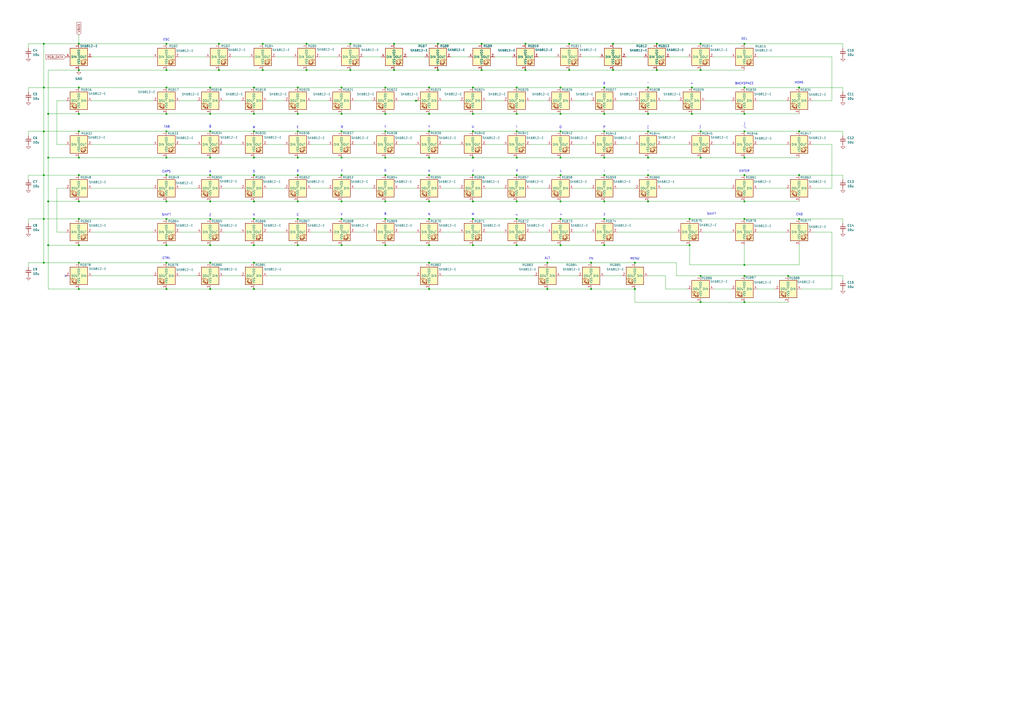
<source format=kicad_sch>
(kicad_sch (version 20231120) (generator "eeschema") (generator_version "8.0")
  (paper "A2")
  (junction (at 121.92 50.8))
  (junction (at 45.72 66.04))
  (junction (at 198.12 50.8))
  (junction (at 25.4 50.8))
  (junction (at 381 40.64))
  (junction (at 401.32 50.8))
  (junction (at 248.92 101.6))
  (junction (at 431.8 160.02))
  (junction (at 406.4 76.2))
  (junction (at 350.52 101.6))
  (junction (at 198.12 101.6))
  (junction (at 228.6 40.64))
  (junction (at 223.52 101.6))
  (junction (at 96.52 152.4))
  (junction (at 406.4 91.44))
  (junction (at 375.92 91.44))
  (junction (at 248.92 167.64))
  (junction (at 147.32 50.8))
  (junction (at 431.8 116.84))
  (junction (at 147.32 116.84))
  (junction (at 147.32 167.64))
  (junction (at 96.52 116.84))
  (junction (at 96.52 101.6))
  (junction (at 96.52 25.4))
  (junction (at 368.3 167.64))
  (junction (at 172.72 66.04))
  (junction (at 121.92 91.44))
  (junction (at 431.8 50.8))
  (junction (at 147.32 76.2))
  (junction (at 355.6 40.64))
  (junction (at 45.72 116.84))
  (junction (at 152.4 25.4))
  (junction (at 274.32 76.2))
  (junction (at 25.4 25.4))
  (junction (at 350.52 50.8))
  (junction (at 147.32 127))
  (junction (at 463.55 101.6))
  (junction (at 304.8 40.64))
  (junction (at 228.6 25.4))
  (junction (at 325.12 116.84))
  (junction (at 248.92 76.2))
  (junction (at 299.72 127))
  (junction (at 172.72 142.24))
  (junction (at 274.32 116.84))
  (junction (at 177.8 25.4))
  (junction (at 121.92 152.4))
  (junction (at 274.32 101.6))
  (junction (at 27.94 91.44))
  (junction (at 45.72 152.4))
  (junction (at 121.92 127))
  (junction (at 325.12 127))
  (junction (at 325.12 66.04))
  (junction (at 45.72 101.6))
  (junction (at 368.3 152.4))
  (junction (at 121.92 76.2))
  (junction (at 45.72 142.24))
  (junction (at 172.72 127))
  (junction (at 299.72 101.6))
  (junction (at 223.52 91.44))
  (junction (at 223.52 76.2))
  (junction (at 121.92 167.64))
  (junction (at 299.72 116.84))
  (junction (at 248.92 66.04))
  (junction (at 375.92 101.6))
  (junction (at 463.55 50.8))
  (junction (at 279.4 40.64))
  (junction (at 400.05 142.24))
  (junction (at 223.52 142.24))
  (junction (at 304.8 25.4))
  (junction (at 96.52 127))
  (junction (at 279.4 25.4))
  (junction (at 274.32 50.8))
  (junction (at 401.32 66.04))
  (junction (at 45.72 50.8))
  (junction (at 406.4 160.02))
  (junction (at 342.9 152.4))
  (junction (at 325.12 50.8))
  (junction (at 121.92 116.84))
  (junction (at 127 40.64))
  (junction (at 127 25.4))
  (junction (at 299.72 50.8))
  (junction (at 350.52 142.24))
  (junction (at 330.2 40.64))
  (junction (at 299.72 91.44))
  (junction (at 248.92 116.84))
  (junction (at 27.94 142.24))
  (junction (at 274.32 91.44))
  (junction (at 248.92 50.8))
  (junction (at 342.9 167.64))
  (junction (at 350.52 66.04))
  (junction (at 147.32 91.44))
  (junction (at 431.8 25.4))
  (junction (at 406.4 40.64))
  (junction (at 45.72 76.2))
  (junction (at 96.52 40.64))
  (junction (at 463.55 76.2))
  (junction (at 172.72 101.6))
  (junction (at 45.72 25.4))
  (junction (at 25.4 152.4))
  (junction (at 27.94 116.84))
  (junction (at 121.92 142.24))
  (junction (at 172.72 50.8))
  (junction (at 45.72 40.64))
  (junction (at 223.52 127))
  (junction (at 325.12 91.44))
  (junction (at 198.12 66.04))
  (junction (at 406.4 175.26))
  (junction (at 147.32 66.04))
  (junction (at 25.4 76.2))
  (junction (at 375.92 116.84))
  (junction (at 248.92 152.4))
  (junction (at 25.4 101.6))
  (junction (at 96.52 142.24))
  (junction (at 350.52 127))
  (junction (at 274.32 66.04))
  (junction (at 325.12 101.6))
  (junction (at 198.12 76.2))
  (junction (at 375.92 76.2))
  (junction (at 431.8 101.6))
  (junction (at 330.2 25.4))
  (junction (at 121.92 66.04))
  (junction (at 355.6 25.4))
  (junction (at 96.52 66.04))
  (junction (at 254 25.4))
  (junction (at 350.52 91.44))
  (junction (at 299.72 66.04))
  (junction (at 198.12 142.24))
  (junction (at 274.32 142.24))
  (junction (at 431.8 153.67))
  (junction (at 45.72 167.64))
  (junction (at 241.3 58.42))
  (junction (at 375.92 50.8))
  (junction (at 431.8 66.04))
  (junction (at 431.8 76.2))
  (junction (at 152.4 40.64))
  (junction (at 25.4 127))
  (junction (at 248.92 91.44))
  (junction (at 203.2 40.64))
  (junction (at 172.72 76.2))
  (junction (at 254 40.64))
  (junction (at 27.94 66.04))
  (junction (at 299.72 76.2))
  (junction (at 96.52 76.2))
  (junction (at 198.12 91.44))
  (junction (at 431.8 175.26))
  (junction (at 317.5 152.4))
  (junction (at 121.92 101.6))
  (junction (at 147.32 152.4))
  (junction (at 147.32 142.24))
  (junction (at 325.12 76.2))
  (junction (at 147.32 101.6))
  (junction (at 431.8 127))
  (junction (at 350.52 76.2))
  (junction (at 248.92 127))
  (junction (at 172.72 116.84))
  (junction (at 198.12 127))
  (junction (at 223.52 66.04))
  (junction (at 274.32 127))
  (junction (at 381 25.4))
  (junction (at 400.05 127))
  (junction (at 198.12 116.84))
  (junction (at 375.92 66.04))
  (junction (at 177.8 40.64))
  (junction (at 457.2 160.02))
  (junction (at 203.2 25.4))
  (junction (at 248.92 142.24))
  (junction (at 223.52 116.84))
  (junction (at 317.5 167.64))
  (junction (at 45.72 127))
  (junction (at 299.72 142.24))
  (junction (at 96.52 167.64))
  (junction (at 431.8 91.44))
  (junction (at 172.72 91.44))
  (junction (at 96.52 91.44))
  (junction (at 45.72 91.44))
  (junction (at 463.55 127))
  (junction (at 350.52 116.84))
  (junction (at 223.52 50.8))
  (junction (at 406.4 25.4))
  (junction (at 325.12 142.24))
  (junction (at 96.52 50.8))
  (no_connect (at 38.1 160.02))
  (wire (pts (xy 350.52 91.44) (xy 375.92 91.44)))
  (wire (pts (xy 304.8 40.64) (xy 330.2 40.64)))
  (wire (pts (xy 256.54 160.02) (xy 309.88 160.02)))
  (wire (pts (xy 304.8 25.4) (xy 330.2 25.4)))
  (wire (pts (xy 274.32 91.44) (xy 299.72 91.44)))
  (wire (pts (xy 121.92 116.84) (xy 147.32 116.84)))
  (wire (pts (xy 406.4 175.26) (xy 431.8 175.26)))
  (wire (pts (xy 154.94 160.02) (xy 241.3 160.02)))
  (wire (pts (xy 129.54 109.22) (xy 139.7 109.22)))
  (wire (pts (xy 53.34 109.22) (xy 88.9 109.22)))
  (wire (pts (xy 261.62 33.02) (xy 271.78 33.02)))
  (wire (pts (xy 401.32 50.8) (xy 431.8 50.8)))
  (wire (pts (xy 281.94 134.62) (xy 292.1 134.62)))
  (wire (pts (xy 332.74 134.62) (xy 342.9 134.62)))
  (wire (pts (xy 488.95 129.54) (xy 488.95 127)))
  (wire (pts (xy 104.14 83.82) (xy 114.3 83.82)))
  (wire (pts (xy 154.94 58.42) (xy 165.1 58.42)))
  (wire (pts (xy 198.12 91.44) (xy 223.52 91.44)))
  (wire (pts (xy 337.82 33.02) (xy 347.98 33.02)))
  (wire (pts (xy 205.74 83.82) (xy 215.9 83.82)))
  (wire (pts (xy 16.51 127) (xy 25.4 127)))
  (wire (pts (xy 134.62 33.02) (xy 144.78 33.02)))
  (wire (pts (xy 45.72 76.2) (xy 96.52 76.2)))
  (wire (pts (xy 241.3 58.42) (xy 242.57 58.42)))
  (wire (pts (xy 154.94 134.62) (xy 165.1 134.62)))
  (wire (pts (xy 431.8 91.44) (xy 463.55 91.44)))
  (wire (pts (xy 129.54 58.42) (xy 139.7 58.42)))
  (wire (pts (xy 129.54 134.62) (xy 139.7 134.62)))
  (wire (pts (xy 401.32 66.04) (xy 431.8 66.04)))
  (wire (pts (xy 363.22 33.02) (xy 373.38 33.02)))
  (wire (pts (xy 25.4 152.4) (xy 45.72 152.4)))
  (wire (pts (xy 274.32 101.6) (xy 299.72 101.6)))
  (wire (pts (xy 281.94 83.82) (xy 292.1 83.82)))
  (wire (pts (xy 25.4 76.2) (xy 25.4 101.6)))
  (wire (pts (xy 121.92 91.44) (xy 147.32 91.44)))
  (wire (pts (xy 482.6 83.82) (xy 482.6 109.22)))
  (wire (pts (xy 172.72 101.6) (xy 198.12 101.6)))
  (wire (pts (xy 121.92 76.2) (xy 147.32 76.2)))
  (wire (pts (xy 96.52 101.6) (xy 121.92 101.6)))
  (wire (pts (xy 152.4 25.4) (xy 177.8 25.4)))
  (wire (pts (xy 392.43 160.02) (xy 406.4 160.02)))
  (wire (pts (xy 248.92 127) (xy 274.32 127)))
  (wire (pts (xy 332.74 83.82) (xy 342.9 83.82)))
  (wire (pts (xy 180.34 134.62) (xy 190.5 134.62)))
  (wire (pts (xy 25.4 25.4) (xy 45.72 25.4)))
  (wire (pts (xy 439.42 83.82) (xy 455.93 83.82)))
  (wire (pts (xy 375.92 101.6) (xy 431.8 101.6)))
  (wire (pts (xy 96.52 91.44) (xy 121.92 91.44)))
  (wire (pts (xy 317.5 167.64) (xy 342.9 167.64)))
  (wire (pts (xy 228.6 25.4) (xy 254 25.4)))
  (wire (pts (xy 330.2 40.64) (xy 355.6 40.64)))
  (wire (pts (xy 400.05 127) (xy 431.8 127)))
  (wire (pts (xy 223.52 127) (xy 248.92 127)))
  (wire (pts (xy 325.12 76.2) (xy 350.52 76.2)))
  (wire (pts (xy 248.92 91.44) (xy 274.32 91.44)))
  (wire (pts (xy 177.8 40.64) (xy 203.2 40.64)))
  (wire (pts (xy 96.52 167.64) (xy 121.92 167.64)))
  (wire (pts (xy 381 40.64) (xy 406.4 40.64)))
  (wire (pts (xy 439.42 134.62) (xy 455.93 134.62)))
  (wire (pts (xy 16.51 154.94) (xy 16.51 152.4)))
  (wire (pts (xy 248.92 116.84) (xy 274.32 116.84)))
  (wire (pts (xy 414.02 83.82) (xy 424.18 83.82)))
  (wire (pts (xy 16.51 25.4) (xy 25.4 25.4)))
  (wire (pts (xy 350.52 66.04) (xy 375.92 66.04)))
  (wire (pts (xy 279.4 25.4) (xy 304.8 25.4)))
  (wire (pts (xy 205.74 109.22) (xy 215.9 109.22)))
  (wire (pts (xy 431.8 175.26) (xy 457.2 175.26)))
  (wire (pts (xy 248.92 167.64) (xy 317.5 167.64)))
  (wire (pts (xy 223.52 76.2) (xy 248.92 76.2)))
  (wire (pts (xy 96.52 116.84) (xy 121.92 116.84)))
  (wire (pts (xy 248.92 142.24) (xy 274.32 142.24)))
  (wire (pts (xy 299.72 66.04) (xy 325.12 66.04)))
  (wire (pts (xy 210.82 33.02) (xy 220.98 33.02)))
  (wire (pts (xy 368.3 167.64) (xy 368.3 175.26)))
  (wire (pts (xy 256.54 134.62) (xy 266.7 134.62)))
  (wire (pts (xy 406.4 40.64) (xy 431.8 40.64)))
  (wire (pts (xy 482.6 33.02) (xy 482.6 58.42)))
  (wire (pts (xy 205.74 58.42) (xy 215.9 58.42)))
  (wire (pts (xy 198.12 50.8) (xy 223.52 50.8)))
  (wire (pts (xy 45.72 152.4) (xy 96.52 152.4)))
  (wire (pts (xy 45.72 25.4) (xy 96.52 25.4)))
  (wire (pts (xy 45.72 167.64) (xy 96.52 167.64)))
  (wire (pts (xy 350.52 50.8) (xy 375.92 50.8)))
  (wire (pts (xy 45.72 40.64) (xy 96.52 40.64)))
  (wire (pts (xy 223.52 101.6) (xy 248.92 101.6)))
  (wire (pts (xy 248.92 76.2) (xy 274.32 76.2)))
  (wire (pts (xy 254 25.4) (xy 279.4 25.4)))
  (wire (pts (xy 299.72 101.6) (xy 325.12 101.6)))
  (wire (pts (xy 198.12 127) (xy 223.52 127)))
  (wire (pts (xy 482.6 109.22) (xy 471.17 109.22)))
  (wire (pts (xy 53.34 58.42) (xy 88.9 58.42)))
  (wire (pts (xy 358.14 58.42) (xy 368.3 58.42)))
  (wire (pts (xy 203.2 25.4) (xy 228.6 25.4)))
  (wire (pts (xy 33.02 58.42) (xy 33.02 83.82)))
  (wire (pts (xy 299.72 127) (xy 325.12 127)))
  (wire (pts (xy 198.12 66.04) (xy 223.52 66.04)))
  (wire (pts (xy 281.94 58.42) (xy 292.1 58.42)))
  (wire (pts (xy 488.95 162.56) (xy 488.95 160.02)))
  (wire (pts (xy 431.8 76.2) (xy 463.55 76.2)))
  (wire (pts (xy 147.32 101.6) (xy 172.72 101.6)))
  (wire (pts (xy 482.6 167.64) (xy 464.82 167.64)))
  (wire (pts (xy 96.52 76.2) (xy 121.92 76.2)))
  (wire (pts (xy 16.51 104.14) (xy 16.51 101.6)))
  (wire (pts (xy 342.9 167.64) (xy 368.3 167.64)))
  (wire (pts (xy 383.54 109.22) (xy 424.18 109.22)))
  (wire (pts (xy 482.6 58.42) (xy 471.17 58.42)))
  (wire (pts (xy 431.8 25.4) (xy 488.95 25.4)))
  (wire (pts (xy 375.92 116.84) (xy 431.8 116.84)))
  (wire (pts (xy 488.95 160.02) (xy 457.2 160.02)))
  (wire (pts (xy 223.52 142.24) (xy 248.92 142.24)))
  (wire (pts (xy 172.72 91.44) (xy 198.12 91.44)))
  (wire (pts (xy 127 40.64) (xy 152.4 40.64)))
  (wire (pts (xy 358.14 83.82) (xy 368.3 83.82)))
  (wire (pts (xy 27.94 40.64) (xy 45.72 40.64)))
  (wire (pts (xy 463.55 153.67) (xy 463.55 142.24)))
  (wire (pts (xy 25.4 127) (xy 25.4 152.4)))
  (wire (pts (xy 147.32 91.44) (xy 172.72 91.44)))
  (wire (pts (xy 248.92 152.4) (xy 317.5 152.4)))
  (wire (pts (xy 223.52 116.84) (xy 248.92 116.84)))
  (wire (pts (xy 274.32 76.2) (xy 299.72 76.2)))
  (wire (pts (xy 406.4 76.2) (xy 431.8 76.2)))
  (wire (pts (xy 147.32 76.2) (xy 172.72 76.2)))
  (wire (pts (xy 355.6 25.4) (xy 381 25.4)))
  (wire (pts (xy 317.5 152.4) (xy 342.9 152.4)))
  (wire (pts (xy 431.8 160.02) (xy 457.2 160.02)))
  (wire (pts (xy 27.94 91.44) (xy 45.72 91.44)))
  (wire (pts (xy 121.92 101.6) (xy 147.32 101.6)))
  (wire (pts (xy 223.52 50.8) (xy 248.92 50.8)))
  (wire (pts (xy 16.51 101.6) (xy 25.4 101.6)))
  (wire (pts (xy 27.94 116.84) (xy 45.72 116.84)))
  (wire (pts (xy 25.4 50.8) (xy 25.4 76.2)))
  (wire (pts (xy 27.94 142.24) (xy 27.94 167.64)))
  (wire (pts (xy 33.02 134.62) (xy 38.1 134.62)))
  (wire (pts (xy 342.9 152.4) (xy 368.3 152.4)))
  (wire (pts (xy 45.72 127) (xy 96.52 127)))
  (wire (pts (xy 274.32 50.8) (xy 299.72 50.8)))
  (wire (pts (xy 325.12 127) (xy 350.52 127)))
  (wire (pts (xy 53.34 83.82) (xy 88.9 83.82)))
  (wire (pts (xy 231.14 134.62) (xy 241.3 134.62)))
  (wire (pts (xy 147.32 167.64) (xy 248.92 167.64)))
  (wire (pts (xy 16.51 27.94) (xy 16.51 25.4)))
  (wire (pts (xy 25.4 101.6) (xy 45.72 101.6)))
  (wire (pts (xy 129.54 83.82) (xy 139.7 83.82)))
  (wire (pts (xy 407.67 134.62) (xy 424.18 134.62)))
  (wire (pts (xy 274.32 66.04) (xy 299.72 66.04)))
  (wire (pts (xy 392.43 152.4) (xy 392.43 160.02)))
  (wire (pts (xy 287.02 33.02) (xy 297.18 33.02)))
  (wire (pts (xy 121.92 152.4) (xy 147.32 152.4)))
  (wire (pts (xy 25.4 127) (xy 45.72 127)))
  (wire (pts (xy 16.51 76.2) (xy 25.4 76.2)))
  (wire (pts (xy 27.94 40.64) (xy 27.94 66.04)))
  (wire (pts (xy 375.92 76.2) (xy 406.4 76.2)))
  (wire (pts (xy 53.34 160.02) (xy 88.9 160.02)))
  (wire (pts (xy 27.94 142.24) (xy 45.72 142.24)))
  (wire (pts (xy 236.22 33.02) (xy 246.38 33.02)))
  (wire (pts (xy 350.52 142.24) (xy 400.05 142.24)))
  (wire (pts (xy 27.94 66.04) (xy 45.72 66.04)))
  (wire (pts (xy 121.92 66.04) (xy 147.32 66.04)))
  (wire (pts (xy 307.34 134.62) (xy 317.5 134.62)))
  (wire (pts (xy 383.54 83.82) (xy 398.78 83.82)))
  (wire (pts (xy 16.51 129.54) (xy 16.51 127)))
  (wire (pts (xy 381 25.4) (xy 406.4 25.4)))
  (wire (pts (xy 160.02 33.02) (xy 170.18 33.02)))
  (wire (pts (xy 325.12 66.04) (xy 350.52 66.04)))
  (wire (pts (xy 375.92 66.04) (xy 401.32 66.04)))
  (wire (pts (xy 248.92 101.6) (xy 274.32 101.6)))
  (wire (pts (xy 375.92 91.44) (xy 406.4 91.44)))
  (wire (pts (xy 104.14 134.62) (xy 114.3 134.62)))
  (wire (pts (xy 325.12 101.6) (xy 350.52 101.6)))
  (wire (pts (xy 386.08 167.64) (xy 398.78 167.64)))
  (wire (pts (xy 307.34 83.82) (xy 317.5 83.82)))
  (wire (pts (xy 386.08 160.02) (xy 386.08 167.64)))
  (wire (pts (xy 431.8 66.04) (xy 463.55 66.04)))
  (wire (pts (xy 25.4 101.6) (xy 25.4 127)))
  (wire (pts (xy 488.95 104.14) (xy 488.95 101.6)))
  (wire (pts (xy 147.32 116.84) (xy 172.72 116.84)))
  (wire (pts (xy 147.32 152.4) (xy 248.92 152.4)))
  (wire (pts (xy 408.94 58.42) (xy 424.18 58.42)))
  (wire (pts (xy 45.72 20.32) (xy 45.72 25.4)))
  (wire (pts (xy 104.14 33.02) (xy 119.38 33.02)))
  (wire (pts (xy 154.94 83.82) (xy 165.1 83.82)))
  (wire (pts (xy 274.32 116.84) (xy 299.72 116.84)))
  (wire (pts (xy 431.8 50.8) (xy 463.55 50.8)))
  (wire (pts (xy 325.12 50.8) (xy 350.52 50.8)))
  (wire (pts (xy 368.3 175.26) (xy 406.4 175.26)))
  (wire (pts (xy 33.02 109.22) (xy 38.1 109.22)))
  (wire (pts (xy 45.72 66.04) (xy 96.52 66.04)))
  (wire (pts (xy 177.8 25.4) (xy 203.2 25.4)))
  (wire (pts (xy 431.8 116.84) (xy 463.55 116.84)))
  (wire (pts (xy 256.54 109.22) (xy 266.7 109.22)))
  (wire (pts (xy 147.32 127) (xy 172.72 127)))
  (wire (pts (xy 16.51 50.8) (xy 25.4 50.8)))
  (wire (pts (xy 33.02 83.82) (xy 38.1 83.82)))
  (wire (pts (xy 228.6 40.64) (xy 254 40.64)))
  (wire (pts (xy 96.52 25.4) (xy 127 25.4)))
  (wire (pts (xy 299.72 50.8) (xy 325.12 50.8)))
  (wire (pts (xy 350.52 101.6) (xy 375.92 101.6)))
  (wire (pts (xy 198.12 116.84) (xy 223.52 116.84)))
  (wire (pts (xy 96.52 50.8) (xy 121.92 50.8)))
  (wire (pts (xy 388.62 33.02) (xy 398.78 33.02)))
  (wire (pts (xy 185.42 33.02) (xy 195.58 33.02)))
  (wire (pts (xy 299.72 76.2) (xy 325.12 76.2)))
  (wire (pts (xy 312.42 33.02) (xy 322.58 33.02)))
  (wire (pts (xy 325.12 116.84) (xy 350.52 116.84)))
  (wire (pts (xy 96.52 40.64) (xy 127 40.64)))
  (wire (pts (xy 439.42 33.02) (xy 482.6 33.02)))
  (wire (pts (xy 180.34 109.22) (xy 190.5 109.22)))
  (wire (pts (xy 350.52 116.84) (xy 375.92 116.84)))
  (wire (pts (xy 96.52 152.4) (xy 121.92 152.4)))
  (wire (pts (xy 431.8 101.6) (xy 463.55 101.6)))
  (wire (pts (xy 180.34 83.82) (xy 190.5 83.82)))
  (wire (pts (xy 96.52 127) (xy 121.92 127)))
  (wire (pts (xy 299.72 116.84) (xy 325.12 116.84)))
  (wire (pts (xy 439.42 109.22) (xy 455.93 109.22)))
  (wire (pts (xy 330.2 25.4) (xy 355.6 25.4)))
  (wire (pts (xy 27.94 91.44) (xy 27.94 116.84)))
  (wire (pts (xy 147.32 50.8) (xy 172.72 50.8)))
  (wire (pts (xy 27.94 116.84) (xy 27.94 142.24)))
  (wire (pts (xy 332.74 58.42) (xy 342.9 58.42)))
  (wire (pts (xy 325.12 91.44) (xy 350.52 91.44)))
  (wire (pts (xy 45.72 142.24) (xy 96.52 142.24)))
  (wire (pts (xy 205.74 134.62) (xy 215.9 134.62)))
  (wire (pts (xy 198.12 101.6) (xy 223.52 101.6)))
  (wire (pts (xy 121.92 127) (xy 147.32 127)))
  (wire (pts (xy 16.51 152.4) (xy 25.4 152.4)))
  (wire (pts (xy 104.14 109.22) (xy 114.3 109.22)))
  (wire (pts (xy 121.92 50.8) (xy 147.32 50.8)))
  (wire (pts (xy 350.52 127) (xy 400.05 127)))
  (wire (pts (xy 154.94 109.22) (xy 165.1 109.22)))
  (wire (pts (xy 45.72 91.44) (xy 96.52 91.44)))
  (wire (pts (xy 274.32 142.24) (xy 299.72 142.24)))
  (wire (pts (xy 488.95 53.34) (xy 488.95 50.8)))
  (wire (pts (xy 152.4 40.64) (xy 177.8 40.64)))
  (wire (pts (xy 172.72 50.8) (xy 198.12 50.8)))
  (wire (pts (xy 400.05 142.24) (xy 400.05 153.67)))
  (wire (pts (xy 27.94 66.04) (xy 27.94 91.44)))
  (wire (pts (xy 439.42 167.64) (xy 449.58 167.64)))
  (wire (pts (xy 172.72 142.24) (xy 198.12 142.24)))
  (wire (pts (xy 307.34 109.22) (xy 317.5 109.22)))
  (wire (pts (xy 406.4 160.02) (xy 431.8 160.02)))
  (wire (pts (xy 254 40.64) (xy 279.4 40.64)))
  (wire (pts (xy 248.92 66.04) (xy 274.32 66.04)))
  (wire (pts (xy 16.51 53.34) (xy 16.51 50.8)))
  (wire (pts (xy 358.14 134.62) (xy 392.43 134.62)))
  (wire (pts (xy 414.02 33.02) (xy 424.18 33.02)))
  (wire (pts (xy 274.32 127) (xy 299.72 127)))
  (wire (pts (xy 471.17 134.62) (xy 482.6 134.62)))
  (wire (pts (xy 406.4 91.44) (xy 431.8 91.44)))
  (wire (pts (xy 25.4 76.2) (xy 45.72 76.2)))
  (wire (pts (xy 25.4 25.4) (xy 25.4 50.8)))
  (wire (pts (xy 375.92 50.8) (xy 401.32 50.8)))
  (wire (pts (xy 299.72 142.24) (xy 325.12 142.24)))
  (wire (pts (xy 358.14 109.22) (xy 368.3 109.22)))
  (wire (pts (xy 488.95 78.74) (xy 488.95 76.2)))
  (wire (pts (xy 25.4 50.8) (xy 45.72 50.8)))
  (wire (pts (xy 248.92 50.8) (xy 274.32 50.8)))
  (wire (pts (xy 350.52 76.2) (xy 375.92 76.2)))
  (wire (pts (xy 439.42 58.42) (xy 455.93 58.42)))
  (wire (pts (xy 325.12 160.02) (xy 335.28 160.02)))
  (wire (pts (xy 53.34 134.62) (xy 88.9 134.62)))
  (wire (pts (xy 463.55 127) (xy 488.95 127)))
  (wire (pts (xy 488.95 76.2) (xy 463.55 76.2)))
  (wire (pts (xy 471.17 83.82) (xy 482.6 83.82)))
  (wire (pts (xy 431.8 142.24) (xy 431.8 153.67)))
  (wire (pts (xy 383.54 58.42) (xy 393.7 58.42)))
  (wire (pts (xy 256.54 58.42) (xy 266.7 58.42)))
  (wire (pts (xy 127 25.4) (xy 152.4 25.4)))
  (wire (pts (xy 414.02 167.64) (xy 424.18 167.64)))
  (wire (pts (xy 121.92 142.24) (xy 147.32 142.24)))
  (wire (pts (xy 96.52 66.04) (xy 121.92 66.04)))
  (wire (pts (xy 121.92 167.64) (xy 147.32 167.64)))
  (wire (pts (xy 147.32 142.24) (xy 172.72 142.24)))
  (wire (pts (xy 45.72 116.84) (xy 96.52 116.84)))
  (wire (pts (xy 33.02 109.22) (xy 33.02 134.62)))
  (wire (pts (xy 104.14 160.02) (xy 114.3 160.02)))
  (wire (pts (xy 488.95 50.8) (xy 463.55 50.8)))
  (wire (pts (xy 431.8 127) (xy 463.55 127)))
  (wire (pts (xy 231.14 83.82) (xy 241.3 83.82)))
  (wire (pts (xy 325.12 142.24) (xy 350.52 142.24)))
  (wire (pts (xy 482.6 134.62) (xy 482.6 167.64)))
  (wire (pts (xy 172.72 76.2) (xy 198.12 76.2)))
  (wire (pts (xy 45.72 50.8) (xy 96.52 50.8)))
  (wire (pts (xy 406.4 25.4) (xy 431.8 25.4)))
  (wire (pts (xy 375.92 160.02) (xy 386.08 160.02)))
  (wire (pts (xy 198.12 76.2) (xy 223.52 76.2)))
  (wire (pts (xy 172.72 127) (xy 198.12 127)))
  (wire (pts (xy 281.94 109.22) (xy 292.1 109.22)))
  (wire (pts (xy 96.52 142.24) (xy 121.92 142.24)))
  (wire (pts (xy 223.52 66.04) (xy 248.92 66.04)))
  (wire (pts (xy 279.4 40.64) (xy 304.8 40.64)))
  (wire (pts (xy 299.72 91.44) (xy 325.12 91.44)))
  (wire (pts (xy 307.34 58.42) (xy 317.5 58.42)))
  (wire (pts (xy 332.74 109.22) (xy 342.9 109.22)))
  (wire (pts (xy 27.94 167.64) (xy 45.72 167.64)))
  (wire (pts (xy 355.6 40.64) (xy 381 40.64)))
  (wire (pts (xy 53.34 33.02) (xy 88.9 33.02)))
  (wire (pts (xy 129.54 160.02) (xy 139.7 160.02)))
  (wire (pts (xy 231.14 109.22) (xy 241.3 109.22)))
  (wire (pts (xy 368.3 152.4) (xy 392.43 152.4)))
  (wire (pts (xy 256.54 83.82) (xy 266.7 83.82)))
  (wire (pts (xy 223.52 91.44) (xy 248.92 91.44)))
  (wire (pts (xy 198.12 142.24) (xy 223.52 142.24)))
  (wire (pts (xy 45.72 101.6) (xy 96.52 101.6)))
  (wire (pts (xy 172.72 66.04) (xy 198.12 66.04)))
  (wire (pts (xy 488.95 25.4) (xy 488.95 27.94)))
  (wire (pts (xy 400.05 153.67) (xy 431.8 153.67)))
  (wire (pts (xy 147.32 66.04) (xy 172.72 66.04)))
  (wire (pts (xy 488.95 101.6) (xy 463.55 101.6)))
  (wire (pts (xy 172.72 116.84) (xy 198.12 116.84)))
  (wire (pts (xy 16.51 78.74) (xy 16.51 76.2)))
  (wire (pts (xy 104.14 58.42) (xy 114.3 58.42)))
  (wire (pts (xy 203.2 40.64) (xy 228.6 40.64)))
  (wire (pts (xy 431.8 153.67) (xy 463.55 153.67)))
  (wire (pts (xy 231.14 58.42) (xy 241.3 58.42)))
  (wire (pts (xy 33.02 58.42) (xy 38.1 58.42)))
  (wire (pts (xy 350.52 160.02) (xy 360.68 160.02)))
  (wire (pts (xy 180.34 58.42) (xy 190.5 58.42)))
  (text "CTRL" (at 96.52 149.86 0) (effects (font (size 1.27 1.27))))
  (text "E" (at 172.72 73.914 0) (effects (font (size 1.27 1.27))))
  (text "DEL" (at 431.8 22.606 0) (effects (font (size 1.27 1.27))))
  (text "F" (at 198.374 99.314 0) (effects (font (size 1.27 1.27))))
  (text "SHIFT" (at 96.52 124.714 0) (effects (font (size 1.27 1.27))))
  (text "V" (at 198.12 124.46 0) (effects (font (size 1.27 1.27))))
  (text "BACKSPACE" (at 431.8 48.514 0) (effects (font (size 1.27 1.27))))
  (text "B" (at 223.52 124.206 0) (effects (font (size 1.27 1.27))))
  (text "MENU" (at 368.3 150.114 0) (effects (font (size 1.27 1.27))))
  (text "W" (at 147.32 73.914 0) (effects (font (size 1.27 1.27))))
  (text "T" (at 223.52 73.914 0) (effects (font (size 1.27 1.27))))
  (text "Q" (at 121.92 73.406 0) (effects (font (size 1.27 1.27))))
  (text "D" (at 172.72 99.314 0) (effects (font (size 1.27 1.27))))
  (text "S" (at 147.32 99.568 0) (effects (font (size 1.27 1.27))))
  (text "I" (at 299.72 73.66 0) (effects (font (size 1.27 1.27))))
  (text "L\n" (at 325.374 99.314 0) (effects (font (size 1.27 1.27))))
  (text "C" (at 172.72 124.714 0) (effects (font (size 1.27 1.27))))
  (text "Y" (at 248.92 73.66 0) (effects (font (size 1.27 1.27))))
  (text "0" (at 350.52 48.514 0) (effects (font (size 1.27 1.27))))
  (text "X" (at 147.32 124.714 0) (effects (font (size 1.27 1.27))))
  (text "HOME" (at 463.55 48.006 0) (effects (font (size 1.27 1.27))))
  (text "|\n\\" (at 432.054 72.898 0) (effects (font (size 1.27 1.27))))
  (text "CAPS" (at 96.52 99.568 0) (effects (font (size 1.27 1.27))))
  (text "-" (at 375.92 48.006 0) (effects (font (size 1.27 1.27))))
  (text "O" (at 325.12 73.914 0) (effects (font (size 1.27 1.27))))
  (text "ENTER" (at 431.8 99.314 0) (effects (font (size 1.27 1.27))))
  (text "FN" (at 342.9 150.114 0) (effects (font (size 1.27 1.27))))
  (text "]" (at 406.146 73.66 0) (effects (font (size 1.27 1.27))))
  (text "K" (at 299.974 99.06 0) (effects (font (size 1.27 1.27))))
  (text "SHIFT" (at 412.75 124.206 0) (effects (font (size 1.27 1.27))))
  (text "<" (at 299.72 124.714 0) (effects (font (size 1.27 1.27))))
  (text "ALT" (at 317.5 149.86 0) (effects (font (size 1.27 1.27))))
  (text "ESC" (at 96.52 23.114 0) (effects (font (size 1.27 1.27))))
  (text "+" (at 401.32 48.514 0) (effects (font (size 1.27 1.27))))
  (text "G" (at 223.52 99.06 0) (effects (font (size 1.27 1.27))))
  (text "END" (at 463.804 124.46 0) (effects (font (size 1.27 1.27))))
  (text "A" (at 121.92 99.568 0) (effects (font (size 1.27 1.27))))
  (text "\"" (at 375.92 99.568 0) (effects (font (size 1.27 1.27))))
  (text "R" (at 198.374 73.914 0) (effects (font (size 1.27 1.27))))
  (text ">" (at 325.374 124.46 0) (effects (font (size 1.27 1.27))))
  (text "N" (at 248.92 124.46 0) (effects (font (size 1.27 1.27))))
  (text "U" (at 274.32 73.66 0) (effects (font (size 1.27 1.27))))
  (text "[" (at 375.92 73.914 0) (effects (font (size 1.27 1.27))))
  (text "P" (at 350.52 73.914 0) (effects (font (size 1.27 1.27))))
  (text "?" (at 350.52 124.714 0) (effects (font (size 1.27 1.27))))
  (text ";" (at 350.52 99.06 0) (effects (font (size 1.27 1.27))))
  (text "J" (at 274.32 99.06 0) (effects (font (size 1.27 1.27))))
  (text "Z" (at 121.92 124.968 0) (effects (font (size 1.27 1.27))))
  (text "TAB" (at 96.774 73.66 0) (effects (font (size 1.27 1.27))))
  (text "H" (at 248.92 99.314 0) (effects (font (size 1.27 1.27))))
  (text "M" (at 274.32 124.46 0) (effects (font (size 1.27 1.27))))
  (global_label "VBUS" (shape input) (at 45.72 20.32 90) (property "Intersheetrefs" "${INTERSHEET_REFS}" (effects (hide yes))))
  (global_label "RGB_DATA" (shape input) (at 38.1 33.02 180) (property "Intersheetrefs" "${INTERSHEET_REFS}" (effects (hide yes))))
  (symbol (lib_id "MyComponents_Library:SK6812-E") (at 274.32 58.42 0) (mirror y) (unit 1)
    (property "Reference" "RGB24" (at 278.13 52.07 0))
    (property "Value" "SK6812-E" (at 262.89 54.61 0))
    (property "Footprint" "MyComponents:SK6812-E" (effects (hide yes)))
    (property "Datasheet" "C5149201" (effects (hide yes)))
    (property "Description" "RGB LED with integrated controller" (effects (hide yes)))
  )
  (symbol (lib_id "Device:C_Small") (at 16.51 30.48 0) (unit 1)
    (property "Reference" "C4" (at 19.05 29.2162 0) (effects (justify left)))
    (property "Value" "10u" (at 19.05 31.7562 0) (effects (justify left)))
    (property "Footprint" "Capacitor_SMD:C_0603_1608Metric" (effects (hide yes)))
    (property "Description" "Unpolarized capacitor, small symbol" (effects (hide yes)))
  )
  (symbol (lib_id "MyComponents_Library:SK6812-E") (at 96.52 160.02 0) (mirror y) (unit 1)
    (property "Reference" "RGB79" (at 100.33 153.67 0))
    (property "Value" "SK6812-E" (at 107.188 156.464 0))
    (property "Footprint" "MyComponents:SK6812-E" (effects (hide yes)))
    (property "Datasheet" "C5149201" (effects (hide yes)))
    (property "Description" "RGB LED with integrated controller" (effects (hide yes)))
  )
  (symbol (lib_id "MyComponents_Library:SK6812-E") (at 330.2 33.02 0) (unit 1)
    (property "Reference" "RGB11" (at 334.264 26.67 0))
    (property "Value" "SK6812-E" (at 341.122 28.956 0))
    (property "Footprint" "MyComponents:SK6812-E" (effects (hide yes)))
    (property "Datasheet" "C5149201" (effects (hide yes)))
    (property "Description" "RGB LED with integrated controller" (effects (hide yes)))
  )
  (symbol (lib_id "MyComponents_Library:SK6812-E") (at 177.8 33.02 0) (unit 1)
    (property "Reference" "RGB5" (at 181.102 26.67 0))
    (property "Value" "SK6812-E" (at 188.976 28.702 0))
    (property "Footprint" "MyComponents:SK6812-E" (effects (hide yes)))
    (property "Datasheet" "C5149201" (effects (hide yes)))
    (property "Description" "RGB LED with integrated controller" (effects (hide yes)))
  )
  (symbol (lib_id "MyComponents_Library:SK6812-E") (at 299.72 134.62 0) (unit 1)
    (property "Reference" "RGB72" (at 303.53 128.27 0))
    (property "Value" "SK6812-E" (at 310.642 130.81 0))
    (property "Footprint" "MyComponents:SK6812-E" (effects (hide yes)))
    (property "Datasheet" "C5149201" (effects (hide yes)))
    (property "Description" "RGB LED with integrated controller" (effects (hide yes)))
  )
  (symbol (lib_id "MyComponents_Library:SK6812-E") (at 152.4 33.02 0) (unit 1)
    (property "Reference" "RGB4" (at 155.956 26.67 0))
    (property "Value" "SK6812-E" (at 163.068 28.956 0))
    (property "Footprint" "MyComponents:SK6812-E" (effects (hide yes)))
    (property "Datasheet" "C5149201" (effects (hide yes)))
    (property "Description" "RGB LED with integrated controller" (effects (hide yes)))
  )
  (symbol (lib_id "power:GND") (at 488.95 58.42 0) (mirror y) (unit 1)
    (property "Reference" "#PWR015" (effects (hide yes)))
    (property "Value" "GND" (effects (hide yes)))
    (property "Description" "Power symbol creates a global label with name \"GND\" , ground" (effects (hide yes)))
  )
  (symbol (lib_id "MyComponents_Library:SK6812-E") (at 198.12 58.42 0) (mirror y) (unit 1)
    (property "Reference" "RGB21" (at 201.93 52.07 0))
    (property "Value" "SK6812-E" (at 186.69 54.6414 0))
    (property "Footprint" "MyComponents:SK6812-E" (effects (hide yes)))
    (property "Datasheet" "C5149201" (effects (hide yes)))
    (property "Description" "RGB LED with integrated controller" (effects (hide yes)))
  )
  (symbol (lib_id "MyComponents_Library:SK6812-E") (at 299.72 109.22 0) (mirror y) (unit 1)
    (property "Reference" "RGB57" (at 303.53 102.87 0))
    (property "Value" "SK6812-E" (at 310.134 105.41 0))
    (property "Footprint" "MyComponents:SK6812-E" (effects (hide yes)))
    (property "Datasheet" "C5149201" (effects (hide yes)))
    (property "Description" "RGB LED with integrated controller" (effects (hide yes)))
  )
  (symbol (lib_id "MyComponents_Library:SK6812-E") (at 121.92 109.22 0) (mirror y) (unit 1)
    (property "Reference" "RGB50" (at 125.73 102.87 0))
    (property "Value" "SK6812-E" (at 132.588 105.156 0))
    (property "Footprint" "MyComponents:SK6812-E" (effects (hide yes)))
    (property "Datasheet" "C5149201" (effects (hide yes)))
    (property "Description" "RGB LED with integrated controller" (effects (hide yes)))
  )
  (symbol (lib_id "MyComponents_Library:SK6812-E") (at 342.9 160.02 0) (mirror y) (unit 1)
    (property "Reference" "RGB84" (at 331.47 153.7014 0))
    (property "Value" "SK6812-E" (at 331.47 156.2414 0))
    (property "Footprint" "MyComponents:SK6812-E" (effects (hide yes)))
    (property "Datasheet" "C5149201" (effects (hide yes)))
    (property "Description" "RGB LED with integrated controller" (effects (hide yes)))
  )
  (symbol (lib_id "power:GND") (at 16.51 134.62 0) (mirror y) (unit 1)
    (property "Reference" "#PWR012" (effects (hide yes)))
    (property "Value" "GND" (effects (hide yes)))
    (property "Description" "Power symbol creates a global label with name \"GND\" , ground" (effects (hide yes)))
  )
  (symbol (lib_id "MyComponents_Library:SK6812-E") (at 223.52 109.22 0) (mirror y) (unit 1)
    (property "Reference" "RGB54" (at 227.33 102.87 0))
    (property "Value" "SK6812-E" (at 233.934 105.41 0))
    (property "Footprint" "MyComponents:SK6812-E" (effects (hide yes)))
    (property "Datasheet" "C5149201" (effects (hide yes)))
    (property "Description" "RGB LED with integrated controller" (effects (hide yes)))
  )
  (symbol (lib_id "power:GND") (at 16.51 58.42 0) (mirror y) (unit 1)
    (property "Reference" "#PWR09" (effects (hide yes)))
    (property "Value" "GND" (effects (hide yes)))
    (property "Description" "Power symbol creates a global label with name \"GND\" , ground" (effects (hide yes)))
  )
  (symbol (lib_id "MyComponents_Library:SK6812-E") (at 228.6 33.02 0) (unit 1)
    (property "Reference" "RGB7" (at 245.11 26.7014 0))
    (property "Value" "SK6812-E" (at 243.078 29.21 0))
    (property "Footprint" "MyComponents:SK6812-E" (effects (hide yes)))
    (property "Datasheet" "C5149201" (effects (hide yes)))
    (property "Description" "RGB LED with integrated controller" (effects (hide yes)))
  )
  (symbol (lib_id "Device:C_Small") (at 488.95 30.48 0) (unit 1)
    (property "Reference" "C10" (at 491.49 29.2162 0) (effects (justify left)))
    (property "Value" "10u" (at 491.49 31.7562 0) (effects (justify left)))
    (property "Footprint" "Capacitor_SMD:C_0603_1608Metric" (effects (hide yes)))
    (property "Description" "Unpolarized capacitor, small symbol" (effects (hide yes)))
  )
  (symbol (lib_id "power:GND") (at 16.51 109.22 0) (mirror y) (unit 1)
    (property "Reference" "#PWR011" (effects (hide yes)))
    (property "Value" "GND" (effects (hide yes)))
    (property "Description" "Power symbol creates a global label with name \"GND\" , ground" (effects (hide yes)))
  )
  (symbol (lib_id "power:GND") (at 488.95 134.62 0) (mirror y) (unit 1)
    (property "Reference" "#PWR018" (effects (hide yes)))
    (property "Value" "GND" (effects (hide yes)))
    (property "Description" "Power symbol creates a global label with name \"GND\" , ground" (effects (hide yes)))
  )
  (symbol (lib_id "power:GND") (at 45.72 40.64 0) (unit 1)
    (property "Reference" "#PWR06" (effects (hide yes)))
    (property "Value" "GND" (at 45.72 45.72 0))
    (property "Description" "Power symbol creates a global label with name \"GND\" , ground" (effects (hide yes)))
  )
  (symbol (lib_id "MyComponents_Library:SK6812-E") (at 172.72 58.42 0) (mirror y) (unit 1)
    (property "Reference" "RGB20" (at 176.53 52.07 0))
    (property "Value" "SK6812-E" (at 161.29 54.6414 0))
    (property "Footprint" "MyComponents:SK6812-E" (effects (hide yes)))
    (property "Datasheet" "C5149201" (effects (hide yes)))
    (property "Description" "RGB LED with integrated controller" (effects (hide yes)))
  )
  (symbol (lib_id "MyComponents_Library:SK6812-E") (at 350.52 134.62 0) (unit 1)
    (property "Reference" "RGB74" (at 354.33 128.27 0))
    (property "Value" "SK6812-E" (at 361.188 130.81 0))
    (property "Footprint" "MyComponents:SK6812-E" (effects (hide yes)))
    (property "Datasheet" "C5149201" (effects (hide yes)))
    (property "Description" "RGB LED with integrated controller" (effects (hide yes)))
  )
  (symbol (lib_id "MyComponents_Library:SK6812-E") (at 248.92 58.42 0) (mirror y) (unit 1)
    (property "Reference" "RGB23" (at 252.73 52.07 0))
    (property "Value" "SK6812-E" (at 237.49 54.6414 0))
    (property "Footprint" "MyComponents:SK6812-E" (effects (hide yes)))
    (property "Datasheet" "C5149201" (effects (hide yes)))
    (property "Description" "RGB LED with integrated controller" (effects (hide yes)))
  )
  (symbol (lib_id "MyComponents_Library:SK6812-E") (at 254 33.02 0) (unit 1)
    (property "Reference" "RGB8" (at 257.81 26.67 0))
    (property "Value" "SK6812-E" (at 264.668 28.956 0))
    (property "Footprint" "MyComponents:SK6812-E" (effects (hide yes)))
    (property "Datasheet" "C5149201" (effects (hide yes)))
    (property "Description" "RGB LED with integrated controller" (effects (hide yes)))
  )
  (symbol (lib_id "MyComponents_Library:SK6812-E") (at 147.32 160.02 0) (mirror y) (unit 1)
    (property "Reference" "RGB81" (at 151.13 153.67 0))
    (property "Value" "SK6812-E" (at 158.242 156.21 0))
    (property "Footprint" "MyComponents:SK6812-E" (effects (hide yes)))
    (property "Datasheet" "C5149201" (effects (hide yes)))
    (property "Description" "RGB LED with integrated controller" (effects (hide yes)))
  )
  (symbol (lib_id "MyComponents_Library:SK6812-E") (at 431.8 167.64 0) (mirror y) (unit 1)
    (property "Reference" "RGB87" (at 435.356 161.036 0))
    (property "Value" "SK6812-E" (at 442.468 163.83 0))
    (property "Footprint" "MyComponents:SK6812-E" (effects (hide yes)))
    (property "Datasheet" "C5149201" (effects (hide yes)))
    (property "Description" "RGB LED with integrated controller" (effects (hide yes)))
  )
  (symbol (lib_id "MyComponents_Library:SK6812-E") (at 274.32 109.22 0) (mirror y) (unit 1)
    (property "Reference" "RGB56" (at 278.13 102.87 0))
    (property "Value" "SK6812-E" (at 284.734 105.41 0))
    (property "Footprint" "MyComponents:SK6812-E" (effects (hide yes)))
    (property "Datasheet" "C5149201" (effects (hide yes)))
    (property "Description" "RGB LED with integrated controller" (effects (hide yes)))
  )
  (symbol (lib_id "MyComponents_Library:SK6812-E") (at 96.52 83.82 0) (unit 1)
    (property "Reference" "RGB33" (at 100.33 77.47 0))
    (property "Value" "SK6812-E" (at 107.188 80.01 0))
    (property "Footprint" "MyComponents:SK6812-E" (effects (hide yes)))
    (property "Datasheet" "C5149201" (effects (hide yes)))
    (property "Description" "RGB LED with integrated controller" (effects (hide yes)))
  )
  (symbol (lib_id "power:GND") (at 16.51 160.02 0) (mirror y) (unit 1)
    (property "Reference" "#PWR013" (effects (hide yes)))
    (property "Value" "GND" (effects (hide yes)))
    (property "Description" "Power symbol creates a global label with name \"GND\" , ground" (effects (hide yes)))
  )
  (symbol (lib_id "power:GND") (at 16.51 83.82 0) (mirror y) (unit 1)
    (property "Reference" "#PWR010" (effects (hide yes)))
    (property "Value" "GND" (effects (hide yes)))
    (property "Description" "Power symbol creates a global label with name \"GND\" , ground" (effects (hide yes)))
  )
  (symbol (lib_id "MyComponents_Library:SK6812-E") (at 325.12 109.22 0) (mirror y) (unit 1)
    (property "Reference" "RGB58" (at 328.93 102.87 0))
    (property "Value" "SK6812-E" (at 335.534 105.41 0))
    (property "Footprint" "MyComponents:SK6812-E" (effects (hide yes)))
    (property "Datasheet" "C5149201" (effects (hide yes)))
    (property "Description" "RGB LED with integrated controller" (effects (hide yes)))
  )
  (symbol (lib_id "power:GND") (at 488.95 83.82 0) (mirror y) (unit 1)
    (property "Reference" "#PWR016" (effects (hide yes)))
    (property "Value" "GND" (effects (hide yes)))
    (property "Description" "Power symbol creates a global label with name \"GND\" , ground" (effects (hide yes)))
  )
  (symbol (lib_id "MyComponents_Library:SK6812-E") (at 121.92 160.02 0) (mirror y) (unit 1)
    (property "Reference" "RGB80" (at 125.73 153.67 0))
    (property "Value" "SK6812-E" (at 132.588 156.21 0))
    (property "Footprint" "MyComponents:SK6812-E" (effects (hide yes)))
    (property "Datasheet" "C5149201" (effects (hide yes)))
    (property "Description" "RGB LED with integrated controller" (effects (hide yes)))
  )
  (symbol (lib_id "Device:C_Small") (at 488.95 165.1 0) (unit 1)
    (property "Reference" "C15" (at 491.49 163.8362 0) (effects (justify left)))
    (property "Value" "10u" (at 491.49 166.3762 0) (effects (justify left)))
    (property "Footprint" "Capacitor_SMD:C_0603_1608Metric" (effects (hide yes)))
    (property "Description" "Unpolarized capacitor, small symbol" (effects (hide yes)))
  )
  (symbol (lib_id "MyComponents_Library:SK6812-E") (at 406.4 167.64 0) (mirror y) (unit 1)
    (property "Reference" "RGB86" (at 409.956 161.29 0))
    (property "Value" "SK6812-E" (at 417.068 163.322 0))
    (property "Footprint" "MyComponents:SK6812-E" (effects (hide yes)))
    (property "Datasheet" "C5149201" (effects (hide yes)))
    (property "Description" "RGB LED with integrated controller" (effects (hide yes)))
  )
  (symbol (lib_id "MyComponents_Library:SK6812-E") (at 172.72 83.82 0) (unit 1)
    (property "Reference" "RGB36" (at 176.53 77.216 0))
    (property "Value" "SK6812-E" (at 183.388 80.01 0))
    (property "Footprint" "MyComponents:SK6812-E" (effects (hide yes)))
    (property "Datasheet" "C5149201" (effects (hide yes)))
    (property "Description" "RGB LED with integrated controller" (effects (hide yes)))
  )
  (symbol (lib_id "MyComponents_Library:SK6812-E") (at 401.32 58.42 0) (mirror y) (unit 1)
    (property "Reference" "RGB29" (at 405.13 52.07 0))
    (property "Value" "SK6812-E" (at 389.89 54.6414 0))
    (property "Footprint" "MyComponents:SK6812-E" (effects (hide yes)))
    (property "Datasheet" "C5149201" (effects (hide yes)))
    (property "Description" "RGB LED with integrated controller" (effects (hide yes)))
  )
  (symbol (lib_id "MyComponents_Library:SK6812-E") (at 325.12 58.42 0) (mirror y) (unit 1)
    (property "Reference" "RGB26" (at 328.93 52.07 0))
    (property "Value" "SK6812-E" (at 313.69 54.6414 0))
    (property "Footprint" "MyComponents:SK6812-E" (effects (hide yes)))
    (property "Datasheet" "C5149201" (effects (hide yes)))
    (property "Description" "RGB LED with integrated controller" (effects (hide yes)))
  )
  (symbol (lib_id "Device:C_Small") (at 16.51 81.28 0) (unit 1)
    (property "Reference" "C6" (at 19.05 80.0162 0) (effects (justify left)))
    (property "Value" "10u" (at 19.05 82.5562 0) (effects (justify left)))
    (property "Footprint" "Capacitor_SMD:C_0603_1608Metric" (effects (hide yes)))
    (property "Description" "Unpolarized capacitor, small symbol" (effects (hide yes)))
  )
  (symbol (lib_id "MyComponents_Library:SK6812-E") (at 381 33.02 0) (unit 1)
    (property "Reference" "RGB13" (at 385.064 26.67 0))
    (property "Value" "SK6812-E" (at 391.668 28.956 0))
    (property "Footprint" "MyComponents:SK6812-E" (effects (hide yes)))
    (property "Datasheet" "C5149201" (effects (hide yes)))
    (property "Description" "RGB LED with integrated controller" (effects (hide yes)))
  )
  (symbol (lib_id "MyComponents_Library:SK6812-E") (at 304.8 33.02 0) (unit 1)
    (property "Reference" "RGB10" (at 309.372 26.67 0))
    (property "Value" "SK6812-E" (at 315.468 28.956 0))
    (property "Footprint" "MyComponents:SK6812-E" (effects (hide yes)))
    (property "Datasheet" "C5149201" (effects (hide yes)))
    (property "Description" "RGB LED with integrated controller" (effects (hide yes)))
  )
  (symbol (lib_id "MyComponents_Library:SK6812-E") (at 299.72 83.82 0) (unit 1)
    (property "Reference" "RGB41" (at 303.53 77.216 0))
    (property "Value" "SK6812-E" (at 310.388 80.01 0))
    (property "Footprint" "MyComponents:SK6812-E" (effects (hide yes)))
    (property "Datasheet" "C5149201" (effects (hide yes)))
    (property "Description" "RGB LED with integrated controller" (effects (hide yes)))
  )
  (symbol (lib_id "MyComponents_Library:SK6812-E") (at 223.52 58.42 0) (mirror y) (unit 1)
    (property "Reference" "RGB22" (at 227.33 52.07 0))
    (property "Value" "SK6812-E" (at 212.09 54.6414 0))
    (property "Footprint" "MyComponents:SK6812-E" (effects (hide yes)))
    (property "Datasheet" "C5149201" (effects (hide yes)))
    (property "Description" "RGB LED with integrated controller" (effects (hide yes)))
  )
  (symbol (lib_id "MyComponents_Library:SK6812-E") (at 172.72 134.62 0) (unit 1)
    (property "Reference" "RGB67" (at 176.53 128.27 0))
    (property "Value" "SK6812-E" (at 183.388 130.81 0))
    (property "Footprint" "MyComponents:SK6812-E" (effects (hide yes)))
    (property "Datasheet" "C5149201" (effects (hide yes)))
    (property "Description" "RGB LED with integrated controller" (effects (hide yes)))
  )
  (symbol (lib_id "MyComponents_Library:SK6812-E") (at 223.52 83.82 0) (unit 1)
    (property "Reference" "RGB38" (at 227.33 77.216 0))
    (property "Value" "SK6812-E" (at 234.188 80.01 0))
    (property "Footprint" "MyComponents:SK6812-E" (effects (hide yes)))
    (property "Datasheet" "C5149201" (effects (hide yes)))
    (property "Description" "RGB LED with integrated controller" (effects (hide yes)))
  )
  (symbol (lib_id "MyComponents_Library:SK6812-E") (at 121.92 83.82 0) (unit 1)
    (property "Reference" "RGB34" (at 125.73 77.216 0))
    (property "Value" "SK6812-E" (at 132.842 79.756 0))
    (property "Footprint" "MyComponents:SK6812-E" (effects (hide yes)))
    (property "Datasheet" "C5149201" (effects (hide yes)))
    (property "Description" "RGB LED with integrated controller" (effects (hide yes)))
  )
  (symbol (lib_id "Device:C_Small") (at 488.95 132.08 0) (unit 1)
    (property "Reference" "C14" (at 491.49 130.8162 0) (effects (justify left)))
    (property "Value" "10u" (at 491.49 133.3562 0) (effects (justify left)))
    (property "Footprint" "Capacitor_SMD:C_0603_1608Metric" (effects (hide yes)))
    (property "Description" "Unpolarized capacitor, small symbol" (effects (hide yes)))
  )
  (symbol (lib_id "Device:C_Small") (at 16.51 132.08 0) (unit 1)
    (property "Reference" "C8" (at 19.05 130.8162 0) (effects (justify left)))
    (property "Value" "10u" (at 19.05 133.3562 0) (effects (justify left)))
    (property "Footprint" "Capacitor_SMD:C_0603_1608Metric" (effects (hide yes)))
    (property "Description" "Unpolarized capacitor, small symbol" (effects (hide yes)))
  )
  (symbol (lib_id "MyComponents_Library:SK6812-E") (at 375.92 58.42 0) (mirror y) (unit 1)
    (property "Reference" "RGB28" (at 379.73 52.07 0))
    (property "Value" "SK6812-E" (at 364.49 54.6414 0))
    (property "Footprint" "MyComponents:SK6812-E" (effects (hide yes)))
    (property "Datasheet" "C5149201" (effects (hide yes)))
    (property "Description" "RGB LED with integrated controller" (effects (hide yes)))
  )
  (symbol (lib_id "MyComponents_Library:SK6812-E") (at 375.92 109.22 0) (mirror y) (unit 1)
    (property "Reference" "RGB60" (at 379.73 102.87 0))
    (property "Value" "SK6812-E" (at 386.334 105.41 0))
    (property "Footprint" "MyComponents:SK6812-E" (effects (hide yes)))
    (property "Datasheet" "C5149201" (effects (hide yes)))
    (property "Description" "RGB LED with integrated controller" (effects (hide yes)))
  )
  (symbol (lib_id "MyComponents_Library:SK6812-E") (at 463.55 134.62 0) (unit 1)
    (property "Reference" "RGB77" (at 467.36 128.016 0))
    (property "Value" "SK6812-E" (at 474.218 131.572 0))
    (property "Footprint" "MyComponents:SK6812-E" (effects (hide yes)))
    (property "Datasheet" "C5149201" (effects (hide yes)))
    (property "Description" "RGB LED with integrated controller" (effects (hide yes)))
  )
  (symbol (lib_id "MyComponents_Library:SK6812-E") (at 198.12 134.62 0) (unit 1)
    (property "Reference" "RGB68" (at 201.93 128.27 0))
    (property "Value" "SK6812-E" (at 208.788 130.81 0))
    (property "Footprint" "MyComponents:SK6812-E" (effects (hide yes)))
    (property "Datasheet" "C5149201" (effects (hide yes)))
    (property "Description" "RGB LED with integrated controller" (effects (hide yes)))
  )
  (symbol (lib_id "MyComponents_Library:SK6812-E") (at 127 33.02 0) (unit 1)
    (property "Reference" "RGB3" (at 130.81 26.67 0))
    (property "Value" "SK6812-E" (at 137.414 28.956 0))
    (property "Footprint" "MyComponents:SK6812-E" (effects (hide yes)))
    (property "Datasheet" "C5149201" (effects (hide yes)))
    (property "Description" "RGB LED with integrated controller" (effects (hide yes)))
  )
  (symbol (lib_id "Device:C_Small") (at 488.95 106.68 0) (unit 1)
    (property "Reference" "C13" (at 491.49 105.4162 0) (effects (justify left)))
    (property "Value" "10u" (at 491.49 107.9562 0) (effects (justify left)))
    (property "Footprint" "Capacitor_SMD:C_0603_1608Metric" (effects (hide yes)))
    (property "Description" "Unpolarized capacitor, small symbol" (effects (hide yes)))
  )
  (symbol (lib_id "MyComponents_Library:SK6812-E") (at 248.92 134.62 0) (unit 1)
    (property "Reference" "RGB70" (at 252.73 128.27 0))
    (property "Value" "SK6812-E" (at 259.588 130.81 0))
    (property "Footprint" "MyComponents:SK6812-E" (effects (hide yes)))
    (property "Datasheet" "C5149201" (effects (hide yes)))
    (property "Description" "RGB LED with integrated controller" (effects (hide yes)))
  )
  (symbol (lib_id "MyComponents_Library:SK6812-E") (at 431.8 109.22 0) (mirror y) (unit 1)
    (property "Reference" "RGB61" (at 435.61 102.87 0))
    (property "Value" "SK6812-E" (at 442.214 105.41 0))
    (property "Footprint" "MyComponents:SK6812-E" (effects (hide yes)))
    (property "Datasheet" "C5149201" (effects (hide yes)))
    (property "Description" "RGB LED with integrated controller" (effects (hide yes)))
  )
  (symbol (lib_id "MyComponents_Library:SK6812-E") (at 45.72 160.02 0) (mirror y) (unit 1)
    (property "Reference" "RGB78" (at 49.53 153.67 0))
    (property "Value" "SK6812-E" (at 56.642 155.956 0))
    (property "Footprint" "MyComponents:SK6812-E" (effects (hide yes)))
    (property "Datasheet" "C5149201" (effects (hide yes)))
    (property "Description" "RGB LED with integrated controller" (effects (hide yes)))
  )
  (symbol (lib_id "power:GND") (at 488.95 33.02 0) (mirror y) (unit 1)
    (property "Reference" "#PWR014" (effects (hide yes)))
    (property "Value" "GND" (effects (hide yes)))
    (property "Description" "Power symbol creates a global label with name \"GND\" , ground" (effects (hide yes)))
  )
  (symbol (lib_id "MyComponents_Library:SK6812-E") (at 274.32 83.82 0) (unit 1)
    (property "Reference" "RGB40" (at 278.13 77.216 0))
    (property "Value" "SK6812-E" (at 284.988 80.01 0))
    (property "Footprint" "MyComponents:SK6812-E" (effects (hide yes)))
    (property "Datasheet" "C5149201" (effects (hide yes)))
    (property "Description" "RGB LED with integrated controller" (effects (hide yes)))
  )
  (symbol (lib_id "MyComponents_Library:SK6812-E") (at 248.92 83.82 0) (unit 1)
    (property "Reference" "RGB39" (at 252.73 77.216 0))
    (property "Value" "SK6812-E" (at 259.588 80.01 0))
    (property "Footprint" "MyComponents:SK6812-E" (effects (hide yes)))
    (property "Datasheet" "C5149201" (effects (hide yes)))
    (property "Description" "RGB LED with integrated controller" (effects (hide yes)))
  )
  (symbol (lib_id "MyComponents_Library:SK6812-E") (at 406.4 33.02 0) (unit 1)
    (property "Reference" "RGB14" (at 410.21 26.67 0))
    (property "Value" "SK6812-E" (at 417.068 28.956 0))
    (property "Footprint" "MyComponents:SK6812-E" (effects (hide yes)))
    (property "Datasheet" "C5149201" (effects (hide yes)))
    (property "Description" "RGB LED with integrated controller" (effects (hide yes)))
  )
  (symbol (lib_id "Device:C_Small") (at 16.51 157.48 0) (unit 1)
    (property "Reference" "C9" (at 19.05 156.2162 0) (effects (justify left)))
    (property "Value" "10u" (at 19.05 158.7562 0) (effects (justify left)))
    (property "Footprint" "Capacitor_SMD:C_0603_1608Metric" (effects (hide yes)))
    (property "Description" "Unpolarized capacitor, small symbol" (effects (hide yes)))
  )
  (symbol (lib_id "MyComponents_Library:SK6812-E") (at 223.52 134.62 0) (unit 1)
    (property "Reference" "RGB69" (at 227.33 128.27 0))
    (property "Value" "SK6812-E" (at 234.188 130.81 0))
    (property "Footprint" "MyComponents:SK6812-E" (effects (hide yes)))
    (property "Datasheet" "C5149201" (effects (hide yes)))
    (property "Description" "RGB LED with integrated controller" (effects (hide yes)))
  )
  (symbol (lib_id "MyComponents_Library:SK6812-E") (at 45.72 83.82 0) (unit 1)
    (property "Reference" "RGB32" (at 50.292 77.47 0))
    (property "Value" "SK6812-E" (at 56.134 79.756 0))
    (property "Footprint" "MyComponents:SK6812-E" (effects (hide yes)))
    (property "Datasheet" "C5149201" (effects (hide yes)))
    (property "Description" "RGB LED with integrated controller" (effects (hide yes)))
  )
  (symbol (lib_id "MyComponents_Library:SK6812-E") (at 45.72 58.42 0) (mirror y) (unit 1)
    (property "Reference" "RGB16" (at 50.038 52.07 0))
    (property "Value" "SK6812-E" (at 56.388 54.356 0))
    (property "Footprint" "MyComponents:SK6812-E" (effects (hide yes)))
    (property "Datasheet" "C5149201" (effects (hide yes)))
    (property "Description" "RGB LED with integrated controller" (effects (hide yes)))
  )
  (symbol (lib_id "power:GND") (at 16.51 33.02 0) (mirror y) (unit 1)
    (property "Reference" "#PWR08" (effects (hide yes)))
    (property "Value" "GND" (effects (hide yes)))
    (property "Description" "Power symbol creates a global label with name \"GND\" , ground" (effects (hide yes)))
  )
  (symbol (lib_id "MyComponents_Library:SK6812-E") (at 350.52 58.42 0) (mirror y) (unit 1)
    (property "Reference" "RGB27" (at 354.33 52.07 0))
    (property "Value" "SK6812-E" (at 339.09 54.6414 0))
    (property "Footprint" "MyComponents:SK6812-E" (effects (hide yes)))
    (property "Datasheet" "C5149201" (effects (hide yes)))
    (property "Description" "RGB LED with integrated controller" (effects (hide yes)))
  )
  (symbol (lib_id "MyComponents_Library:SK6812-E") (at 325.12 134.62 0) (unit 1)
    (property "Reference" "RGB73" (at 328.93 128.27 0))
    (property "Value" "SK6812-E" (at 336.042 130.81 0))
    (property "Footprint" "MyComponents:SK6812-E" (effects (hide yes)))
    (property "Datasheet" "C5149201" (effects (hide yes)))
    (property "Description" "RGB LED with integrated controller" (effects (hide yes)))
  )
  (symbol (lib_id "MyComponents_Library:SK6812-E") (at 45.72 134.62 0) (unit 1)
    (property "Reference" "RGB63" (at 49.784 128.27 0))
    (property "Value" "SK6812-E" (at 56.642 130.81 0))
    (property "Footprint" "MyComponents:SK6812-E" (effects (hide yes)))
    (property "Datasheet" "C5149201" (effects (hide yes)))
    (property "Description" "RGB LED with integrated controller" (effects (hide yes)))
  )
  (symbol (lib_id "MyComponents_Library:SK6812-E") (at 299.72 58.42 0) (mirror y) (unit 1)
    (property "Reference" "RGB25" (at 303.53 52.07 0))
    (property "Value" "SK6812-E" (at 288.29 54.6414 0))
    (property "Footprint" "MyComponents:SK6812-E" (effects (hide yes)))
    (property "Datasheet" "C5149201" (effects (hide yes)))
    (property "Description" "RGB LED with integrated controller" (effects (hide yes)))
  )
  (symbol (lib_id "Device:C_Small") (at 16.51 106.68 0) (unit 1)
    (property "Reference" "C7" (at 19.05 105.4162 0) (effects (justify left)))
    (property "Value" "10u" (at 19.05 107.9562 0) (effects (justify left)))
    (property "Footprint" "Capacitor_SMD:C_0603_1608Metric" (effects (hide yes)))
    (property "Description" "Unpolarized capacitor, small symbol" (effects (hide yes)))
  )
  (symbol (lib_id "MyComponents_Library:SK6812-E") (at 248.92 160.02 0) (mirror y) (unit 1)
    (property "Reference" "RGB82" (at 252.73 153.67 0))
    (property "Value" "SK6812-E" (at 259.588 156.21 0))
    (property "Footprint" "MyComponents:SK6812-E" (effects (hide yes)))
    (property "Datasheet" "C5149201" (effects (hide yes)))
    (property "Description" "RGB LED with integrated controller" (effects (hide yes)))
  )
  (symbol (lib_id "MyComponents_Library:SK6812-E") (at 96.52 58.42 0) (mirror y) (unit 1)
    (property "Reference" "RGB17" (at 100.584 52.07 0))
    (property "Value" "SK6812-E" (at 85.09 53.3714 0))
    (property "Footprint" "MyComponents:SK6812-E" (effects (hide yes)))
    (property "Datasheet" "C5149201" (effects (hide yes)))
    (property "Description" "RGB LED with integrated controller" (effects (hide yes)))
  )
  (symbol (lib_id "Device:C_Small") (at 488.95 55.88 0) (unit 1)
    (property "Reference" "C11" (at 491.49 54.6162 0) (effects (justify left)))
    (property "Value" "10u" (at 491.49 57.1562 0) (effects (justify left)))
    (property "Footprint" "Capacitor_SMD:C_0603_1608Metric" (effects (hide yes)))
    (property "Description" "Unpolarized capacitor, small symbol" (effects (hide yes)))
  )
  (symbol (lib_id "MyComponents_Library:SK6812-E") (at 147.32 83.82 0) (unit 1)
    (property "Reference" "RGB35" (at 151.13 77.216 0))
    (property "Value" "SK6812-E" (at 158.242 79.756 0))
    (property "Footprint" "MyComponents:SK6812-E" (effects (hide yes)))
    (property "Datasheet" "C5149201" (effects (hide yes)))
    (property "Description" "RGB LED with integrated controller" (effects (hide yes)))
  )
  (symbol (lib_id "MyComponents_Library:SK6812-E") (at 355.6 33.02 0) (unit 1)
    (property "Reference" "RGB12" (at 372.11 26.7014 0))
    (property "Value" "SK6812-E" (at 370.332 29.21 0))
    (property "Footprint" "MyComponents:SK6812-E" (effects (hide yes)))
    (property "Datasheet" "C5149201" (effects (hide yes)))
    (property "Description" "RGB LED with integrated controller" (effects (hide yes)))
  )
  (symbol (lib_id "MyComponents_Library:SK6812-E") (at 121.92 134.62 0) (unit 1)
    (property "Reference" "RGB65" (at 125.73 128.27 0))
    (property "Value" "SK6812-E" (at 132.588 130.81 0))
    (property "Footprint" "MyComponents:SK6812-E" (effects (hide yes)))
    (property "Datasheet" "C5149201" (effects (hide yes)))
    (property "Description" "RGB LED with integrated controller" (effects (hide yes)))
  )
  (symbol (lib_id "MyComponents_Library:SK6812-E") (at 463.55 58.42 0) (mirror y) (unit 1)
    (property "Reference" "RGB31" (at 467.36 52.07 0))
    (property "Value" "SK6812-E" (at 474.218 54.864 0))
    (property "Footprint" "MyComponents:SK6812-E" (effects (hide yes)))
    (property "Datasheet" "C5149201" (effects (hide yes)))
    (property "Description" "RGB LED with integrated controller" (effects (hide yes)))
  )
  (symbol (lib_id "MyComponents_Library:SK6812-E") (at 96.52 109.22 0) (mirror y) (unit 1)
    (property "Reference" "RGB49" (at 100.838 102.87 0))
    (property "Value" "SK6812-E" (at 106.934 106.172 0))
    (property "Footprint" "MyComponents:SK6812-E" (effects (hide yes)))
    (property "Datasheet" "C5149201" (effects (hide yes)))
    (property "Description" "RGB LED with integrated controller" (effects (hide yes)))
  )
  (symbol (lib_id "MyComponents_Library:SK6812-E") (at 279.4 33.02 0) (unit 1)
    (property "Reference" "RGB9" (at 282.956 26.67 0))
    (property "Value" "SK6812-E" (at 293.878 29.21 0))
    (property "Footprint" "MyComponents:SK6812-E" (effects (hide yes)))
    (property "Datasheet" "C5149201" (effects (hide yes)))
    (property "Description" "RGB LED with integrated controller" (effects (hide yes)))
  )
  (symbol (lib_id "MyComponents_Library:SK6812-E") (at 147.32 134.62 0) (unit 1)
    (property "Reference" "RGB66" (at 151.13 128.27 0))
    (property "Value" "SK6812-E" (at 157.988 130.81 0))
    (property "Footprint" "MyComponents:SK6812-E" (effects (hide yes)))
    (property "Datasheet" "C5149201" (effects (hide yes)))
    (property "Description" "RGB LED with integrated controller" (effects (hide yes)))
  )
  (symbol (lib_id "MyComponents_Library:SK6812-E") (at 317.5 160.02 0) (mirror y) (unit 1)
    (property "Reference" "RGB83" (at 306.07 153.7014 0))
    (property "Value" "SK6812-E" (at 306.07 156.2414 0))
    (property "Footprint" "MyComponents:SK6812-E" (effects (hide yes)))
    (property "Datasheet" "C5149201" (effects (hide yes)))
    (property "Description" "RGB LED with integrated controller" (effects (hide yes)))
  )
  (symbol (lib_id "MyComponents_Library:SK6812-E") (at 147.32 109.22 0) (mirror y) (unit 1)
    (property "Reference" "RGB51" (at 151.13 102.87 0))
    (property "Value" "SK6812-E" (at 157.734 105.41 0))
    (property "Footprint" "MyComponents:SK6812-E" (effects (hide yes)))
    (property "Datasheet" "C5149201" (effects (hide yes)))
    (property "Description" "RGB LED with integrated controller" (effects (hide yes)))
  )
  (symbol (lib_id "MyComponents_Library:SK6812-E") (at 457.2 167.64 0) (mirror y) (unit 1)
    (property "Reference" "RGB88" (at 460.756 161.29 0))
    (property "Value" "SK6812-E" (at 467.614 163.576 0))
    (property "Footprint" "MyComponents:SK6812-E" (effects (hide yes)))
    (property "Datasheet" "C5149201" (effects (hide yes)))
    (property "Description" "RGB LED with integrated controller" (effects (hide yes)))
  )
  (symbol (lib_id "Device:C_Small") (at 488.95 81.28 0) (unit 1)
    (property "Reference" "C12" (at 491.49 80.0162 0) (effects (justify left)))
    (property "Value" "10u" (at 491.49 82.5562 0) (effects (justify left)))
    (property "Footprint" "Capacitor_SMD:C_0603_1608Metric" (effects (hide yes)))
    (property "Description" "Unpolarized capacitor, small symbol" (effects (hide yes)))
  )
  (symbol (lib_id "MyComponents_Library:SK6812-E") (at 172.72 109.22 0) (mirror y) (unit 1)
    (property "Reference" "RGB52" (at 176.53 102.87 0))
    (property "Value" "SK6812-E" (at 183.134 105.41 0))
    (property "Footprint" "MyComponents:SK6812-E" (effects (hide yes)))
    (property "Datasheet" "C5149201" (effects (hide yes)))
    (property "Description" "RGB LED with integrated controller" (effects (hide yes)))
  )
  (symbol (lib_id "MyComponents_Library:SK6812-E") (at 45.72 33.02 0) (unit 1)
    (property "Reference" "RGB1" (effects (hide yes)))
    (property "Value" "SK6812-E" (at 51.562 26.67 0))
    (property "Footprint" "MyComponents:SK6812-E" (effects (hide yes)))
    (property "Datasheet" "C5149201" (effects (hide yes)))
    (property "Description" "RGB LED with integrated controllerBackMount" (effects (hide yes)))
  )
  (symbol (lib_id "MyComponents_Library:SK6812-E") (at 368.3 160.02 0) (mirror y) (unit 1)
    (property "Reference" "RGB85" (at 356.87 153.7014 0))
    (property "Value" "SK6812-E" (at 356.87 156.2414 0))
    (property "Footprint" "MyComponents:SK6812-E" (effects (hide yes)))
    (property "Datasheet" "C5149201" (effects (hide yes)))
    (property "Description" "RGB LED with integrated controller" (effects (hide yes)))
  )
  (symbol (lib_id "power:GND") (at 488.95 167.64 0) (mirror y) (unit 1)
    (property "Reference" "#PWR019" (effects (hide yes)))
    (property "Value" "GND" (effects (hide yes)))
    (property "Description" "Power symbol creates a global label with name \"GND\" , ground" (effects (hide yes)))
  )
  (symbol (lib_id "MyComponents_Library:SK6812-E") (at 463.55 83.82 0) (unit 1)
    (property "Reference" "RGB47" (at 467.36 77.47 0))
    (property "Value" "SK6812-E" (at 474.218 80.01 0))
    (property "Footprint" "MyComponents:SK6812-E" (effects (hide yes)))
    (property "Datasheet" "C5149201" (effects (hide yes)))
    (property "Description" "RGB LED with integrated controller" (effects (hide yes)))
  )
  (symbol (lib_id "MyComponents_Library:SK6812-E") (at 431.8 134.62 0) (unit 1)
    (property "Reference" "RGB76" (at 435.61 128.016 0))
    (property "Value" "SK6812-E" (at 442.468 131.064 0))
    (property "Footprint" "MyComponents:SK6812-E" (effects (hide yes)))
    (property "Datasheet" "C5149201" (effects (hide yes)))
    (property "Description" "RGB LED with integrated controller" (effects (hide yes)))
  )
  (symbol (lib_id "MyComponents_Library:SK6812-E") (at 147.32 58.42 0) (mirror y) (unit 1)
    (property "Reference" "RGB19" (at 151.13 52.07 0))
    (property "Value" "SK6812-E" (at 135.89 54.6414 0))
    (property "Footprint" "MyComponents:SK6812-E" (effects (hide yes)))
    (property "Datasheet" "C5149201" (effects (hide yes)))
    (property "Description" "RGB LED with integrated controller" (effects (hide yes)))
  )
  (symbol (lib_id "MyComponents_Library:SK6812-E") (at 350.52 83.82 0) (unit 1)
    (property "Reference" "RGB43" (at 354.33 77.47 0))
    (property "Value" "SK6812-E" (at 361.188 80.01 0))
    (property "Footprint" "MyComponents:SK6812-E" (effects (hide yes)))
    (property "Datasheet" "C5149201" (effects (hide yes)))
    (property "Description" "RGB LED with integrated controller" (effects (hide yes)))
  )
  (symbol (lib_id "MyComponents_Library:SK6812-E") (at 274.32 134.62 0) (unit 1)
    (property "Reference" "RGB71" (at 278.13 128.27 0))
    (property "Value" "SK6812-E" (at 285.242 130.81 0))
    (property "Footprint" "MyComponents:SK6812-E" (effects (hide yes)))
    (property "Datasheet" "C5149201" (effects (hide yes)))
    (property "Description" "RGB LED with integrated controller" (effects (hide yes)))
  )
  (symbol (lib_id "MyComponents_Library:SK6812-E") (at 203.2 33.02 0) (unit 1)
    (property "Reference" "RGB6" (at 207.264 26.67 0))
    (property "Value" "SK6812-E" (at 214.63 28.956 0))
    (property "Footprint" "MyComponents:SK6812-E" (effects (hide yes)))
    (property "Datasheet" "C5149201" (effects (hide yes)))
    (property "Description" "RGB LED with integrated controller" (effects (hide yes)))
  )
  (symbol (lib_id "MyComponents_Library:SK6812-E") (at 198.12 83.82 0) (unit 1)
    (property "Reference" "RGB37" (at 201.93 77.216 0))
    (property "Value" "SK6812-E" (at 208.788 80.01 0))
    (property "Footprint" "MyComponents:SK6812-E" (effects (hide yes)))
    (property "Datasheet" "C5149201" (effects (hide yes)))
    (property "Description" "RGB LED with integrated controller" (effects (hide yes)))
  )
  (symbol (lib_id "power:GND") (at 488.95 109.22 0) (mirror y) (unit 1)
    (property "Reference" "#PWR017" (effects (hide yes)))
    (property "Value" "GND" (effects (hide yes)))
    (property "Description" "Power symbol creates a global label with name \"GND\" , ground" (effects (hide yes)))
  )
  (symbol (lib_id "MyComponents_Library:SK6812-E") (at 406.4 83.82 0) (unit 1)
    (property "Reference" "RGB45" (at 410.21 77.47 0))
    (property "Value" "SK6812-E" (at 417.322 79.756 0))
    (property "Footprint" "MyComponents:SK6812-E" (effects (hide yes)))
    (property "Datasheet" "C5149201" (effects (hide yes)))
    (property "Description" "RGB LED with integrated controller" (effects (hide yes)))
  )
  (symbol (lib_id "MyComponents_Library:SK6812-E") (at 431.8 58.42 0) (mirror y) (unit 1)
    (property "Reference" "RGB30" (at 435.61 52.07 0))
    (property "Value" "SK6812-E" (at 442.468 54.61 0))
    (property "Footprint" "MyComponents:SK6812-E" (effects (hide yes)))
    (property "Datasheet" "C5149201" (effects (hide yes)))
    (property "Description" "RGB LED with integrated controller" (effects (hide yes)))
  )
  (symbol (lib_id "MyComponents_Library:SK6812-E") (at 96.52 33.02 0) (unit 1)
    (property "Reference" "RGB2" (at 100.584 26.67 0))
    (property "Value" "SK6812-E" (at 107.188 29.464 0))
    (property "Footprint" "MyComponents:SK6812-E" (effects (hide yes)))
    (property "Datasheet" "C5149201" (effects (hide yes)))
    (property "Description" "RGB LED with integrated controller" (effects (hide yes)))
  )
  (symbol (lib_id "MyComponents_Library:SK6812-E") (at 96.52 134.62 0) (unit 1)
    (property "Reference" "RGB64" (at 100.584 128.27 0))
    (property "Value" "SK6812-E" (at 106.934 130.81 0))
    (property "Footprint" "MyComponents:SK6812-E" (effects (hide yes)))
    (property "Datasheet" "C5149201" (effects (hide yes)))
    (property "Description" "RGB LED with integrated controller" (effects (hide yes)))
  )
  (symbol (lib_id "Device:C_Small") (at 16.51 55.88 0) (unit 1)
    (property "Reference" "C5" (at 19.05 54.6162 0) (effects (justify left)))
    (property "Value" "10u" (at 19.05 57.1562 0) (effects (justify left)))
    (property "Footprint" "Capacitor_SMD:C_0603_1608Metric" (effects (hide yes)))
    (property "Description" "Unpolarized capacitor, small symbol" (effects (hide yes)))
  )
  (symbol (lib_id "MyComponents_Library:SK6812-E") (at 375.92 83.82 0) (unit 1)
    (property "Reference" "RGB44" (at 379.73 77.47 0))
    (property "Value" "SK6812-E" (at 386.842 79.756 0))
    (property "Footprint" "MyComponents:SK6812-E" (effects (hide yes)))
    (property "Datasheet" "C5149201" (effects (hide yes)))
    (property "Description" "RGB LED with integrated controller" (effects (hide yes)))
  )
  (symbol (lib_id "MyComponents_Library:SK6812-E") (at 431.8 83.82 0) (unit 1)
    (property "Reference" "RGB46" (at 436.372 77.47 0))
    (property "Value" "SK6812-E" (at 442.722 80.264 0))
    (property "Footprint" "MyComponents:SK6812-E" (effects (hide yes)))
    (property "Datasheet" "C5149201" (effects (hide yes)))
    (property "Description" "RGB LED with integrated controller" (effects (hide yes)))
  )
  (symbol (lib_id "MyComponents_Library:SK6812-E") (at 400.05 134.62 0) (unit 1)
    (property "Reference" "RGB75" (at 404.114 128.016 0))
    (property "Value" "SK6812-E" (at 410.718 130.556 0))
    (property "Footprint" "MyComponents:SK6812-E" (effects (hide yes)))
    (property "Datasheet" "C5149201" (effects (hide yes)))
    (property "Description" "RGB LED with integrated controller" (effects (hide yes)))
  )
  (symbol (lib_id "MyComponents_Library:SK6812-E") (at 431.8 33.02 0) (unit 1)
    (property "Reference" "RGB15" (at 441.198 26.924 0))
    (property "Value" "SK6812-E" (at 442.976 29.21 0))
    (property "Footprint" "MyComponents:SK6812-E" (effects (hide yes)))
    (property "Datasheet" "C5149201" (effects (hide yes)))
    (property "Description" "RGB LED with integrated controller" (effects (hide yes)))
  )
  (symbol (lib_id "MyComponents_Library:SK6812-E") (at 248.92 109.22 0) (mirror y) (unit 1)
    (property "Reference" "RGB55" (at 252.73 102.87 0))
    (property "Value" "SK6812-E" (at 259.334 105.41 0))
    (property "Footprint" "MyComponents:SK6812-E" (effects (hide yes)))
    (property "Datasheet" "C5149201" (effects (hide yes)))
    (property "Description" "RGB LED with integrated controller" (effects (hide yes)))
  )
  (symbol (lib_id "MyComponents_Library:SK6812-E") (at 45.72 109.22 0) (mirror y) (unit 1)
    (property "Reference" "RGB48" (at 49.784 102.87 0))
    (property "Value" "SK6812-E" (at 56.642 105.664 0))
    (property "Footprint" "MyComponents:SK6812-E" (effects (hide yes)))
    (property "Datasheet" "C5149201" (effects (hide yes)))
    (property "Description" "RGB LED with integrated controller" (effects (hide yes)))
  )
  (symbol (lib_id "MyComponents_Library:SK6812-E") (at 198.12 109.22 0) (mirror y) (unit 1)
    (property "Reference" "RGB53" (at 201.93 102.87 0))
    (property "Value" "SK6812-E" (at 208.534 105.41 0))
    (property "Footprint" "MyComponents:SK6812-E" (effects (hide yes)))
    (property "Datasheet" "C5149201" (effects (hide yes)))
    (property "Description" "RGB LED with integrated controller" (effects (hide yes)))
  )
  (symbol (lib_id "MyComponents_Library:SK6812-E") (at 350.52 109.22 0) (mirror y) (unit 1)
    (property "Reference" "RGB59" (at 354.33 102.87 0))
    (property "Value" "SK6812-E" (at 360.934 105.41 0))
    (property "Footprint" "MyComponents:SK6812-E" (effects (hide yes)))
    (property "Datasheet" "C5149201" (effects (hide yes)))
    (property "Description" "RGB LED with integrated controller" (effects (hide yes)))
  )
  (symbol (lib_id "MyComponents_Library:SK6812-E") (at 463.55 109.22 0) (mirror y) (unit 1)
    (property "Reference" "RGB62" (at 467.36 102.87 0))
    (property "Value" "SK6812-E" (at 474.218 105.41 0))
    (property "Footprint" "MyComponents:SK6812-E" (effects (hide yes)))
    (property "Datasheet" "C5149201" (effects (hide yes)))
    (property "Description" "RGB LED with integrated controller" (effects (hide yes)))
  )
  (symbol (lib_id "MyComponents_Library:SK6812-E") (at 325.12 83.82 0) (unit 1)
    (property "Reference" "RGB42" (at 328.93 77.216 0))
    (property "Value" "SK6812-E" (at 335.788 80.01 0))
    (property "Footprint" "MyComponents:SK6812-E" (effects (hide yes)))
    (property "Datasheet" "C5149201" (effects (hide yes)))
    (property "Description" "RGB LED with integrated controller" (effects (hide yes)))
  )
  (symbol (lib_id "MyComponents_Library:SK6812-E") (at 121.92 58.42 0) (mirror y) (unit 1)
    (property "Reference" "RGB18" (at 125.476 52.07 0))
    (property "Value" "SK6812-E" (at 110.49 54.6414 0))
    (property "Footprint" "MyComponents:SK6812-E" (effects (hide yes)))
    (property "Datasheet" "C5149201" (effects (hide yes)))
    (property "Description" "RGB LED with integrated controller" (effects (hide yes)))
  )
)
</source>
